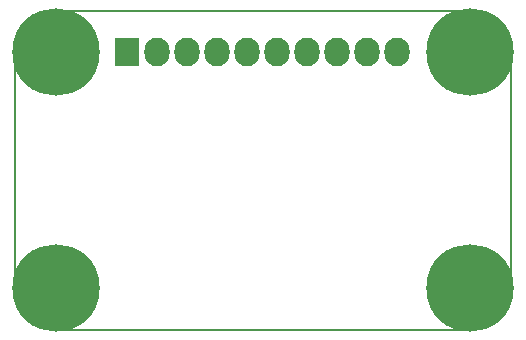
<source format=gbs>
G04 #@! TF.FileFunction,Soldermask,Bot*
%FSLAX46Y46*%
G04 Gerber Fmt 4.6, Leading zero omitted, Abs format (unit mm)*
G04 Created by KiCad (PCBNEW 4.0.2-stable) date 18/05/2016 22:29:57*
%MOMM*%
G01*
G04 APERTURE LIST*
%ADD10C,0.100000*%
%ADD11C,0.150000*%
%ADD12R,2.127200X2.432000*%
%ADD13O,2.127200X2.432000*%
%ADD14C,7.400000*%
G04 APERTURE END LIST*
D10*
D11*
X1500000Y5000000D02*
G75*
G03X5000000Y1500000I3500000J0D01*
G01*
X1500000Y5000000D02*
X1500000Y25000000D01*
X40000000Y1500000D02*
X5000000Y1500000D01*
X43500000Y25000000D02*
X43500000Y5000000D01*
X5000000Y28500000D02*
X40000000Y28500000D01*
X43500000Y25000000D02*
G75*
G03X40000000Y28500000I-3500000J0D01*
G01*
X40000000Y1500000D02*
G75*
G03X43500000Y5000000I0J3500000D01*
G01*
X5000000Y28500000D02*
G75*
G03X1500000Y25000000I0J-3500000D01*
G01*
D12*
X11000000Y25000000D03*
D13*
X13540000Y25000000D03*
X16080000Y25000000D03*
X18620000Y25000000D03*
X21160000Y25000000D03*
X23700000Y25000000D03*
X26240000Y25000000D03*
X28780000Y25000000D03*
X31320000Y25000000D03*
X33860000Y25000000D03*
D14*
X5000000Y5000000D03*
X40000000Y5000000D03*
X5000000Y25000000D03*
X40000000Y25000000D03*
M02*

</source>
